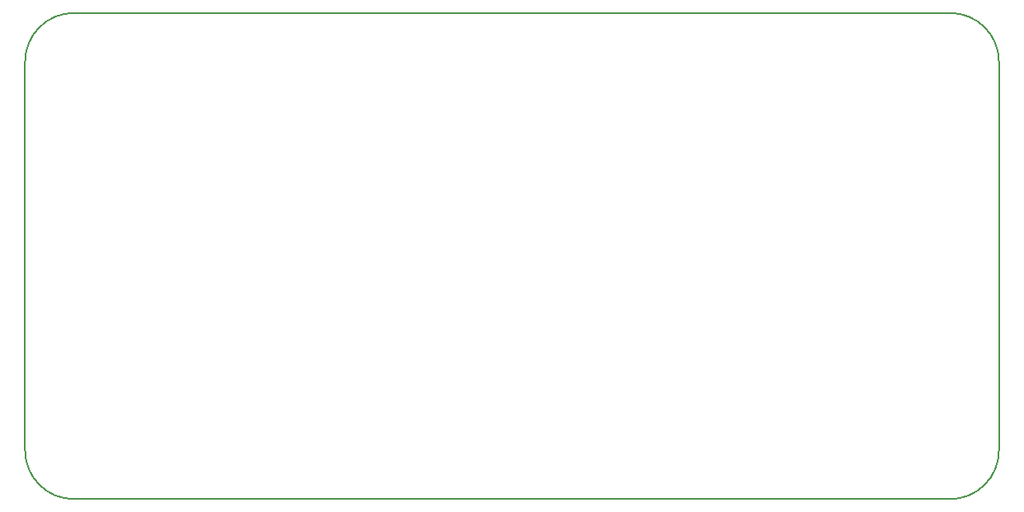
<source format=gbr>
%TF.GenerationSoftware,KiCad,Pcbnew,(5.1.9)-1*%
%TF.CreationDate,2021-04-23T16:32:12+08:00*%
%TF.ProjectId,DC-Load-Analog,44432d4c-6f61-4642-9d41-6e616c6f672e,rev?*%
%TF.SameCoordinates,Original*%
%TF.FileFunction,Profile,NP*%
%FSLAX46Y46*%
G04 Gerber Fmt 4.6, Leading zero omitted, Abs format (unit mm)*
G04 Created by KiCad (PCBNEW (5.1.9)-1) date 2021-04-23 16:32:12*
%MOMM*%
%LPD*%
G01*
G04 APERTURE LIST*
%TA.AperFunction,Profile*%
%ADD10C,0.150000*%
%TD*%
G04 APERTURE END LIST*
D10*
X220000000Y-100000000D02*
G75*
G02*
X215000000Y-105000000I-5000000J0D01*
G01*
X215000000Y-55000000D02*
G75*
G02*
X220000000Y-60000000I0J-5000000D01*
G01*
X125000000Y-105000000D02*
G75*
G02*
X120000000Y-100000000I0J5000000D01*
G01*
X120000000Y-60000000D02*
G75*
G02*
X125000000Y-55000000I5000000J0D01*
G01*
X125000000Y-55000000D02*
X215000000Y-55000000D01*
X220000000Y-100000000D02*
X220000000Y-60000000D01*
X125000000Y-105000000D02*
X215000000Y-105000000D01*
X120000000Y-60000000D02*
X120000000Y-100000000D01*
M02*

</source>
